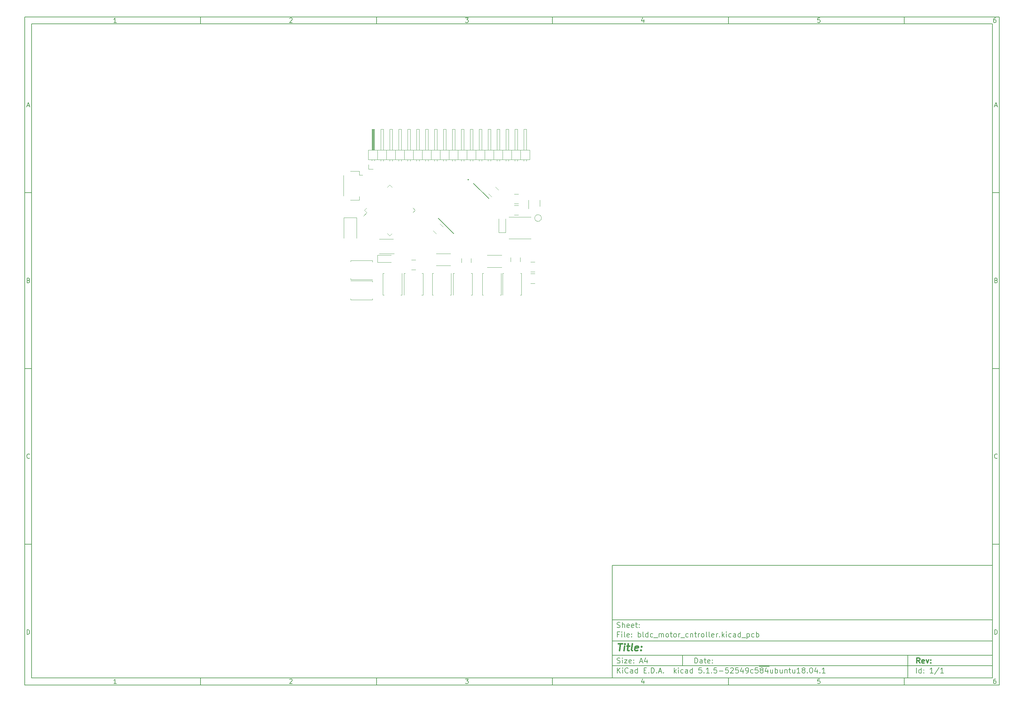
<source format=gbr>
G04 #@! TF.GenerationSoftware,KiCad,Pcbnew,5.1.5-52549c5~84~ubuntu18.04.1*
G04 #@! TF.CreationDate,2020-02-16T22:49:10+01:00*
G04 #@! TF.ProjectId,bldc_motor_cntroller,626c6463-5f6d-46f7-946f-725f636e7472,rev?*
G04 #@! TF.SameCoordinates,Original*
G04 #@! TF.FileFunction,Legend,Top*
G04 #@! TF.FilePolarity,Positive*
%FSLAX46Y46*%
G04 Gerber Fmt 4.6, Leading zero omitted, Abs format (unit mm)*
G04 Created by KiCad (PCBNEW 5.1.5-52549c5~84~ubuntu18.04.1) date 2020-02-16 22:49:10*
%MOMM*%
%LPD*%
G04 APERTURE LIST*
%ADD10C,0.100000*%
%ADD11C,0.150000*%
%ADD12C,0.300000*%
%ADD13C,0.400000*%
%ADD14C,0.127000*%
%ADD15C,0.200000*%
%ADD16C,0.120000*%
G04 APERTURE END LIST*
D10*
D11*
X177002200Y-166007200D02*
X177002200Y-198007200D01*
X285002200Y-198007200D01*
X285002200Y-166007200D01*
X177002200Y-166007200D01*
D10*
D11*
X10000000Y-10000000D02*
X10000000Y-200007200D01*
X287002200Y-200007200D01*
X287002200Y-10000000D01*
X10000000Y-10000000D01*
D10*
D11*
X12000000Y-12000000D02*
X12000000Y-198007200D01*
X285002200Y-198007200D01*
X285002200Y-12000000D01*
X12000000Y-12000000D01*
D10*
D11*
X60000000Y-12000000D02*
X60000000Y-10000000D01*
D10*
D11*
X110000000Y-12000000D02*
X110000000Y-10000000D01*
D10*
D11*
X160000000Y-12000000D02*
X160000000Y-10000000D01*
D10*
D11*
X210000000Y-12000000D02*
X210000000Y-10000000D01*
D10*
D11*
X260000000Y-12000000D02*
X260000000Y-10000000D01*
D10*
D11*
X36065476Y-11588095D02*
X35322619Y-11588095D01*
X35694047Y-11588095D02*
X35694047Y-10288095D01*
X35570238Y-10473809D01*
X35446428Y-10597619D01*
X35322619Y-10659523D01*
D10*
D11*
X85322619Y-10411904D02*
X85384523Y-10350000D01*
X85508333Y-10288095D01*
X85817857Y-10288095D01*
X85941666Y-10350000D01*
X86003571Y-10411904D01*
X86065476Y-10535714D01*
X86065476Y-10659523D01*
X86003571Y-10845238D01*
X85260714Y-11588095D01*
X86065476Y-11588095D01*
D10*
D11*
X135260714Y-10288095D02*
X136065476Y-10288095D01*
X135632142Y-10783333D01*
X135817857Y-10783333D01*
X135941666Y-10845238D01*
X136003571Y-10907142D01*
X136065476Y-11030952D01*
X136065476Y-11340476D01*
X136003571Y-11464285D01*
X135941666Y-11526190D01*
X135817857Y-11588095D01*
X135446428Y-11588095D01*
X135322619Y-11526190D01*
X135260714Y-11464285D01*
D10*
D11*
X185941666Y-10721428D02*
X185941666Y-11588095D01*
X185632142Y-10226190D02*
X185322619Y-11154761D01*
X186127380Y-11154761D01*
D10*
D11*
X236003571Y-10288095D02*
X235384523Y-10288095D01*
X235322619Y-10907142D01*
X235384523Y-10845238D01*
X235508333Y-10783333D01*
X235817857Y-10783333D01*
X235941666Y-10845238D01*
X236003571Y-10907142D01*
X236065476Y-11030952D01*
X236065476Y-11340476D01*
X236003571Y-11464285D01*
X235941666Y-11526190D01*
X235817857Y-11588095D01*
X235508333Y-11588095D01*
X235384523Y-11526190D01*
X235322619Y-11464285D01*
D10*
D11*
X285941666Y-10288095D02*
X285694047Y-10288095D01*
X285570238Y-10350000D01*
X285508333Y-10411904D01*
X285384523Y-10597619D01*
X285322619Y-10845238D01*
X285322619Y-11340476D01*
X285384523Y-11464285D01*
X285446428Y-11526190D01*
X285570238Y-11588095D01*
X285817857Y-11588095D01*
X285941666Y-11526190D01*
X286003571Y-11464285D01*
X286065476Y-11340476D01*
X286065476Y-11030952D01*
X286003571Y-10907142D01*
X285941666Y-10845238D01*
X285817857Y-10783333D01*
X285570238Y-10783333D01*
X285446428Y-10845238D01*
X285384523Y-10907142D01*
X285322619Y-11030952D01*
D10*
D11*
X60000000Y-198007200D02*
X60000000Y-200007200D01*
D10*
D11*
X110000000Y-198007200D02*
X110000000Y-200007200D01*
D10*
D11*
X160000000Y-198007200D02*
X160000000Y-200007200D01*
D10*
D11*
X210000000Y-198007200D02*
X210000000Y-200007200D01*
D10*
D11*
X260000000Y-198007200D02*
X260000000Y-200007200D01*
D10*
D11*
X36065476Y-199595295D02*
X35322619Y-199595295D01*
X35694047Y-199595295D02*
X35694047Y-198295295D01*
X35570238Y-198481009D01*
X35446428Y-198604819D01*
X35322619Y-198666723D01*
D10*
D11*
X85322619Y-198419104D02*
X85384523Y-198357200D01*
X85508333Y-198295295D01*
X85817857Y-198295295D01*
X85941666Y-198357200D01*
X86003571Y-198419104D01*
X86065476Y-198542914D01*
X86065476Y-198666723D01*
X86003571Y-198852438D01*
X85260714Y-199595295D01*
X86065476Y-199595295D01*
D10*
D11*
X135260714Y-198295295D02*
X136065476Y-198295295D01*
X135632142Y-198790533D01*
X135817857Y-198790533D01*
X135941666Y-198852438D01*
X136003571Y-198914342D01*
X136065476Y-199038152D01*
X136065476Y-199347676D01*
X136003571Y-199471485D01*
X135941666Y-199533390D01*
X135817857Y-199595295D01*
X135446428Y-199595295D01*
X135322619Y-199533390D01*
X135260714Y-199471485D01*
D10*
D11*
X185941666Y-198728628D02*
X185941666Y-199595295D01*
X185632142Y-198233390D02*
X185322619Y-199161961D01*
X186127380Y-199161961D01*
D10*
D11*
X236003571Y-198295295D02*
X235384523Y-198295295D01*
X235322619Y-198914342D01*
X235384523Y-198852438D01*
X235508333Y-198790533D01*
X235817857Y-198790533D01*
X235941666Y-198852438D01*
X236003571Y-198914342D01*
X236065476Y-199038152D01*
X236065476Y-199347676D01*
X236003571Y-199471485D01*
X235941666Y-199533390D01*
X235817857Y-199595295D01*
X235508333Y-199595295D01*
X235384523Y-199533390D01*
X235322619Y-199471485D01*
D10*
D11*
X285941666Y-198295295D02*
X285694047Y-198295295D01*
X285570238Y-198357200D01*
X285508333Y-198419104D01*
X285384523Y-198604819D01*
X285322619Y-198852438D01*
X285322619Y-199347676D01*
X285384523Y-199471485D01*
X285446428Y-199533390D01*
X285570238Y-199595295D01*
X285817857Y-199595295D01*
X285941666Y-199533390D01*
X286003571Y-199471485D01*
X286065476Y-199347676D01*
X286065476Y-199038152D01*
X286003571Y-198914342D01*
X285941666Y-198852438D01*
X285817857Y-198790533D01*
X285570238Y-198790533D01*
X285446428Y-198852438D01*
X285384523Y-198914342D01*
X285322619Y-199038152D01*
D10*
D11*
X10000000Y-60000000D02*
X12000000Y-60000000D01*
D10*
D11*
X10000000Y-110000000D02*
X12000000Y-110000000D01*
D10*
D11*
X10000000Y-160000000D02*
X12000000Y-160000000D01*
D10*
D11*
X10690476Y-35216666D02*
X11309523Y-35216666D01*
X10566666Y-35588095D02*
X11000000Y-34288095D01*
X11433333Y-35588095D01*
D10*
D11*
X11092857Y-84907142D02*
X11278571Y-84969047D01*
X11340476Y-85030952D01*
X11402380Y-85154761D01*
X11402380Y-85340476D01*
X11340476Y-85464285D01*
X11278571Y-85526190D01*
X11154761Y-85588095D01*
X10659523Y-85588095D01*
X10659523Y-84288095D01*
X11092857Y-84288095D01*
X11216666Y-84350000D01*
X11278571Y-84411904D01*
X11340476Y-84535714D01*
X11340476Y-84659523D01*
X11278571Y-84783333D01*
X11216666Y-84845238D01*
X11092857Y-84907142D01*
X10659523Y-84907142D01*
D10*
D11*
X11402380Y-135464285D02*
X11340476Y-135526190D01*
X11154761Y-135588095D01*
X11030952Y-135588095D01*
X10845238Y-135526190D01*
X10721428Y-135402380D01*
X10659523Y-135278571D01*
X10597619Y-135030952D01*
X10597619Y-134845238D01*
X10659523Y-134597619D01*
X10721428Y-134473809D01*
X10845238Y-134350000D01*
X11030952Y-134288095D01*
X11154761Y-134288095D01*
X11340476Y-134350000D01*
X11402380Y-134411904D01*
D10*
D11*
X10659523Y-185588095D02*
X10659523Y-184288095D01*
X10969047Y-184288095D01*
X11154761Y-184350000D01*
X11278571Y-184473809D01*
X11340476Y-184597619D01*
X11402380Y-184845238D01*
X11402380Y-185030952D01*
X11340476Y-185278571D01*
X11278571Y-185402380D01*
X11154761Y-185526190D01*
X10969047Y-185588095D01*
X10659523Y-185588095D01*
D10*
D11*
X287002200Y-60000000D02*
X285002200Y-60000000D01*
D10*
D11*
X287002200Y-110000000D02*
X285002200Y-110000000D01*
D10*
D11*
X287002200Y-160000000D02*
X285002200Y-160000000D01*
D10*
D11*
X285692676Y-35216666D02*
X286311723Y-35216666D01*
X285568866Y-35588095D02*
X286002200Y-34288095D01*
X286435533Y-35588095D01*
D10*
D11*
X286095057Y-84907142D02*
X286280771Y-84969047D01*
X286342676Y-85030952D01*
X286404580Y-85154761D01*
X286404580Y-85340476D01*
X286342676Y-85464285D01*
X286280771Y-85526190D01*
X286156961Y-85588095D01*
X285661723Y-85588095D01*
X285661723Y-84288095D01*
X286095057Y-84288095D01*
X286218866Y-84350000D01*
X286280771Y-84411904D01*
X286342676Y-84535714D01*
X286342676Y-84659523D01*
X286280771Y-84783333D01*
X286218866Y-84845238D01*
X286095057Y-84907142D01*
X285661723Y-84907142D01*
D10*
D11*
X286404580Y-135464285D02*
X286342676Y-135526190D01*
X286156961Y-135588095D01*
X286033152Y-135588095D01*
X285847438Y-135526190D01*
X285723628Y-135402380D01*
X285661723Y-135278571D01*
X285599819Y-135030952D01*
X285599819Y-134845238D01*
X285661723Y-134597619D01*
X285723628Y-134473809D01*
X285847438Y-134350000D01*
X286033152Y-134288095D01*
X286156961Y-134288095D01*
X286342676Y-134350000D01*
X286404580Y-134411904D01*
D10*
D11*
X285661723Y-185588095D02*
X285661723Y-184288095D01*
X285971247Y-184288095D01*
X286156961Y-184350000D01*
X286280771Y-184473809D01*
X286342676Y-184597619D01*
X286404580Y-184845238D01*
X286404580Y-185030952D01*
X286342676Y-185278571D01*
X286280771Y-185402380D01*
X286156961Y-185526190D01*
X285971247Y-185588095D01*
X285661723Y-185588095D01*
D10*
D11*
X200434342Y-193785771D02*
X200434342Y-192285771D01*
X200791485Y-192285771D01*
X201005771Y-192357200D01*
X201148628Y-192500057D01*
X201220057Y-192642914D01*
X201291485Y-192928628D01*
X201291485Y-193142914D01*
X201220057Y-193428628D01*
X201148628Y-193571485D01*
X201005771Y-193714342D01*
X200791485Y-193785771D01*
X200434342Y-193785771D01*
X202577200Y-193785771D02*
X202577200Y-193000057D01*
X202505771Y-192857200D01*
X202362914Y-192785771D01*
X202077200Y-192785771D01*
X201934342Y-192857200D01*
X202577200Y-193714342D02*
X202434342Y-193785771D01*
X202077200Y-193785771D01*
X201934342Y-193714342D01*
X201862914Y-193571485D01*
X201862914Y-193428628D01*
X201934342Y-193285771D01*
X202077200Y-193214342D01*
X202434342Y-193214342D01*
X202577200Y-193142914D01*
X203077200Y-192785771D02*
X203648628Y-192785771D01*
X203291485Y-192285771D02*
X203291485Y-193571485D01*
X203362914Y-193714342D01*
X203505771Y-193785771D01*
X203648628Y-193785771D01*
X204720057Y-193714342D02*
X204577200Y-193785771D01*
X204291485Y-193785771D01*
X204148628Y-193714342D01*
X204077200Y-193571485D01*
X204077200Y-193000057D01*
X204148628Y-192857200D01*
X204291485Y-192785771D01*
X204577200Y-192785771D01*
X204720057Y-192857200D01*
X204791485Y-193000057D01*
X204791485Y-193142914D01*
X204077200Y-193285771D01*
X205434342Y-193642914D02*
X205505771Y-193714342D01*
X205434342Y-193785771D01*
X205362914Y-193714342D01*
X205434342Y-193642914D01*
X205434342Y-193785771D01*
X205434342Y-192857200D02*
X205505771Y-192928628D01*
X205434342Y-193000057D01*
X205362914Y-192928628D01*
X205434342Y-192857200D01*
X205434342Y-193000057D01*
D10*
D11*
X177002200Y-194507200D02*
X285002200Y-194507200D01*
D10*
D11*
X178434342Y-196585771D02*
X178434342Y-195085771D01*
X179291485Y-196585771D02*
X178648628Y-195728628D01*
X179291485Y-195085771D02*
X178434342Y-195942914D01*
X179934342Y-196585771D02*
X179934342Y-195585771D01*
X179934342Y-195085771D02*
X179862914Y-195157200D01*
X179934342Y-195228628D01*
X180005771Y-195157200D01*
X179934342Y-195085771D01*
X179934342Y-195228628D01*
X181505771Y-196442914D02*
X181434342Y-196514342D01*
X181220057Y-196585771D01*
X181077200Y-196585771D01*
X180862914Y-196514342D01*
X180720057Y-196371485D01*
X180648628Y-196228628D01*
X180577200Y-195942914D01*
X180577200Y-195728628D01*
X180648628Y-195442914D01*
X180720057Y-195300057D01*
X180862914Y-195157200D01*
X181077200Y-195085771D01*
X181220057Y-195085771D01*
X181434342Y-195157200D01*
X181505771Y-195228628D01*
X182791485Y-196585771D02*
X182791485Y-195800057D01*
X182720057Y-195657200D01*
X182577200Y-195585771D01*
X182291485Y-195585771D01*
X182148628Y-195657200D01*
X182791485Y-196514342D02*
X182648628Y-196585771D01*
X182291485Y-196585771D01*
X182148628Y-196514342D01*
X182077200Y-196371485D01*
X182077200Y-196228628D01*
X182148628Y-196085771D01*
X182291485Y-196014342D01*
X182648628Y-196014342D01*
X182791485Y-195942914D01*
X184148628Y-196585771D02*
X184148628Y-195085771D01*
X184148628Y-196514342D02*
X184005771Y-196585771D01*
X183720057Y-196585771D01*
X183577200Y-196514342D01*
X183505771Y-196442914D01*
X183434342Y-196300057D01*
X183434342Y-195871485D01*
X183505771Y-195728628D01*
X183577200Y-195657200D01*
X183720057Y-195585771D01*
X184005771Y-195585771D01*
X184148628Y-195657200D01*
X186005771Y-195800057D02*
X186505771Y-195800057D01*
X186720057Y-196585771D02*
X186005771Y-196585771D01*
X186005771Y-195085771D01*
X186720057Y-195085771D01*
X187362914Y-196442914D02*
X187434342Y-196514342D01*
X187362914Y-196585771D01*
X187291485Y-196514342D01*
X187362914Y-196442914D01*
X187362914Y-196585771D01*
X188077200Y-196585771D02*
X188077200Y-195085771D01*
X188434342Y-195085771D01*
X188648628Y-195157200D01*
X188791485Y-195300057D01*
X188862914Y-195442914D01*
X188934342Y-195728628D01*
X188934342Y-195942914D01*
X188862914Y-196228628D01*
X188791485Y-196371485D01*
X188648628Y-196514342D01*
X188434342Y-196585771D01*
X188077200Y-196585771D01*
X189577200Y-196442914D02*
X189648628Y-196514342D01*
X189577200Y-196585771D01*
X189505771Y-196514342D01*
X189577200Y-196442914D01*
X189577200Y-196585771D01*
X190220057Y-196157200D02*
X190934342Y-196157200D01*
X190077200Y-196585771D02*
X190577200Y-195085771D01*
X191077200Y-196585771D01*
X191577200Y-196442914D02*
X191648628Y-196514342D01*
X191577200Y-196585771D01*
X191505771Y-196514342D01*
X191577200Y-196442914D01*
X191577200Y-196585771D01*
X194577200Y-196585771D02*
X194577200Y-195085771D01*
X194720057Y-196014342D02*
X195148628Y-196585771D01*
X195148628Y-195585771D02*
X194577200Y-196157200D01*
X195791485Y-196585771D02*
X195791485Y-195585771D01*
X195791485Y-195085771D02*
X195720057Y-195157200D01*
X195791485Y-195228628D01*
X195862914Y-195157200D01*
X195791485Y-195085771D01*
X195791485Y-195228628D01*
X197148628Y-196514342D02*
X197005771Y-196585771D01*
X196720057Y-196585771D01*
X196577200Y-196514342D01*
X196505771Y-196442914D01*
X196434342Y-196300057D01*
X196434342Y-195871485D01*
X196505771Y-195728628D01*
X196577200Y-195657200D01*
X196720057Y-195585771D01*
X197005771Y-195585771D01*
X197148628Y-195657200D01*
X198434342Y-196585771D02*
X198434342Y-195800057D01*
X198362914Y-195657200D01*
X198220057Y-195585771D01*
X197934342Y-195585771D01*
X197791485Y-195657200D01*
X198434342Y-196514342D02*
X198291485Y-196585771D01*
X197934342Y-196585771D01*
X197791485Y-196514342D01*
X197720057Y-196371485D01*
X197720057Y-196228628D01*
X197791485Y-196085771D01*
X197934342Y-196014342D01*
X198291485Y-196014342D01*
X198434342Y-195942914D01*
X199791485Y-196585771D02*
X199791485Y-195085771D01*
X199791485Y-196514342D02*
X199648628Y-196585771D01*
X199362914Y-196585771D01*
X199220057Y-196514342D01*
X199148628Y-196442914D01*
X199077200Y-196300057D01*
X199077200Y-195871485D01*
X199148628Y-195728628D01*
X199220057Y-195657200D01*
X199362914Y-195585771D01*
X199648628Y-195585771D01*
X199791485Y-195657200D01*
X202362914Y-195085771D02*
X201648628Y-195085771D01*
X201577200Y-195800057D01*
X201648628Y-195728628D01*
X201791485Y-195657200D01*
X202148628Y-195657200D01*
X202291485Y-195728628D01*
X202362914Y-195800057D01*
X202434342Y-195942914D01*
X202434342Y-196300057D01*
X202362914Y-196442914D01*
X202291485Y-196514342D01*
X202148628Y-196585771D01*
X201791485Y-196585771D01*
X201648628Y-196514342D01*
X201577200Y-196442914D01*
X203077200Y-196442914D02*
X203148628Y-196514342D01*
X203077200Y-196585771D01*
X203005771Y-196514342D01*
X203077200Y-196442914D01*
X203077200Y-196585771D01*
X204577200Y-196585771D02*
X203720057Y-196585771D01*
X204148628Y-196585771D02*
X204148628Y-195085771D01*
X204005771Y-195300057D01*
X203862914Y-195442914D01*
X203720057Y-195514342D01*
X205220057Y-196442914D02*
X205291485Y-196514342D01*
X205220057Y-196585771D01*
X205148628Y-196514342D01*
X205220057Y-196442914D01*
X205220057Y-196585771D01*
X206648628Y-195085771D02*
X205934342Y-195085771D01*
X205862914Y-195800057D01*
X205934342Y-195728628D01*
X206077200Y-195657200D01*
X206434342Y-195657200D01*
X206577200Y-195728628D01*
X206648628Y-195800057D01*
X206720057Y-195942914D01*
X206720057Y-196300057D01*
X206648628Y-196442914D01*
X206577200Y-196514342D01*
X206434342Y-196585771D01*
X206077200Y-196585771D01*
X205934342Y-196514342D01*
X205862914Y-196442914D01*
X207362914Y-196014342D02*
X208505771Y-196014342D01*
X209934342Y-195085771D02*
X209220057Y-195085771D01*
X209148628Y-195800057D01*
X209220057Y-195728628D01*
X209362914Y-195657200D01*
X209720057Y-195657200D01*
X209862914Y-195728628D01*
X209934342Y-195800057D01*
X210005771Y-195942914D01*
X210005771Y-196300057D01*
X209934342Y-196442914D01*
X209862914Y-196514342D01*
X209720057Y-196585771D01*
X209362914Y-196585771D01*
X209220057Y-196514342D01*
X209148628Y-196442914D01*
X210577200Y-195228628D02*
X210648628Y-195157200D01*
X210791485Y-195085771D01*
X211148628Y-195085771D01*
X211291485Y-195157200D01*
X211362914Y-195228628D01*
X211434342Y-195371485D01*
X211434342Y-195514342D01*
X211362914Y-195728628D01*
X210505771Y-196585771D01*
X211434342Y-196585771D01*
X212791485Y-195085771D02*
X212077200Y-195085771D01*
X212005771Y-195800057D01*
X212077200Y-195728628D01*
X212220057Y-195657200D01*
X212577200Y-195657200D01*
X212720057Y-195728628D01*
X212791485Y-195800057D01*
X212862914Y-195942914D01*
X212862914Y-196300057D01*
X212791485Y-196442914D01*
X212720057Y-196514342D01*
X212577200Y-196585771D01*
X212220057Y-196585771D01*
X212077200Y-196514342D01*
X212005771Y-196442914D01*
X214148628Y-195585771D02*
X214148628Y-196585771D01*
X213791485Y-195014342D02*
X213434342Y-196085771D01*
X214362914Y-196085771D01*
X215005771Y-196585771D02*
X215291485Y-196585771D01*
X215434342Y-196514342D01*
X215505771Y-196442914D01*
X215648628Y-196228628D01*
X215720057Y-195942914D01*
X215720057Y-195371485D01*
X215648628Y-195228628D01*
X215577200Y-195157200D01*
X215434342Y-195085771D01*
X215148628Y-195085771D01*
X215005771Y-195157200D01*
X214934342Y-195228628D01*
X214862914Y-195371485D01*
X214862914Y-195728628D01*
X214934342Y-195871485D01*
X215005771Y-195942914D01*
X215148628Y-196014342D01*
X215434342Y-196014342D01*
X215577200Y-195942914D01*
X215648628Y-195871485D01*
X215720057Y-195728628D01*
X217005771Y-196514342D02*
X216862914Y-196585771D01*
X216577200Y-196585771D01*
X216434342Y-196514342D01*
X216362914Y-196442914D01*
X216291485Y-196300057D01*
X216291485Y-195871485D01*
X216362914Y-195728628D01*
X216434342Y-195657200D01*
X216577200Y-195585771D01*
X216862914Y-195585771D01*
X217005771Y-195657200D01*
X218362914Y-195085771D02*
X217648628Y-195085771D01*
X217577200Y-195800057D01*
X217648628Y-195728628D01*
X217791485Y-195657200D01*
X218148628Y-195657200D01*
X218291485Y-195728628D01*
X218362914Y-195800057D01*
X218434342Y-195942914D01*
X218434342Y-196300057D01*
X218362914Y-196442914D01*
X218291485Y-196514342D01*
X218148628Y-196585771D01*
X217791485Y-196585771D01*
X217648628Y-196514342D01*
X217577200Y-196442914D01*
X218720057Y-194677200D02*
X220148628Y-194677200D01*
X219291485Y-195728628D02*
X219148628Y-195657200D01*
X219077200Y-195585771D01*
X219005771Y-195442914D01*
X219005771Y-195371485D01*
X219077200Y-195228628D01*
X219148628Y-195157200D01*
X219291485Y-195085771D01*
X219577200Y-195085771D01*
X219720057Y-195157200D01*
X219791485Y-195228628D01*
X219862914Y-195371485D01*
X219862914Y-195442914D01*
X219791485Y-195585771D01*
X219720057Y-195657200D01*
X219577200Y-195728628D01*
X219291485Y-195728628D01*
X219148628Y-195800057D01*
X219077200Y-195871485D01*
X219005771Y-196014342D01*
X219005771Y-196300057D01*
X219077200Y-196442914D01*
X219148628Y-196514342D01*
X219291485Y-196585771D01*
X219577200Y-196585771D01*
X219720057Y-196514342D01*
X219791485Y-196442914D01*
X219862914Y-196300057D01*
X219862914Y-196014342D01*
X219791485Y-195871485D01*
X219720057Y-195800057D01*
X219577200Y-195728628D01*
X220148628Y-194677200D02*
X221577199Y-194677200D01*
X221148628Y-195585771D02*
X221148628Y-196585771D01*
X220791485Y-195014342D02*
X220434342Y-196085771D01*
X221362914Y-196085771D01*
X222577199Y-195585771D02*
X222577199Y-196585771D01*
X221934342Y-195585771D02*
X221934342Y-196371485D01*
X222005771Y-196514342D01*
X222148628Y-196585771D01*
X222362914Y-196585771D01*
X222505771Y-196514342D01*
X222577199Y-196442914D01*
X223291485Y-196585771D02*
X223291485Y-195085771D01*
X223291485Y-195657200D02*
X223434342Y-195585771D01*
X223720057Y-195585771D01*
X223862914Y-195657200D01*
X223934342Y-195728628D01*
X224005771Y-195871485D01*
X224005771Y-196300057D01*
X223934342Y-196442914D01*
X223862914Y-196514342D01*
X223720057Y-196585771D01*
X223434342Y-196585771D01*
X223291485Y-196514342D01*
X225291485Y-195585771D02*
X225291485Y-196585771D01*
X224648628Y-195585771D02*
X224648628Y-196371485D01*
X224720057Y-196514342D01*
X224862914Y-196585771D01*
X225077199Y-196585771D01*
X225220057Y-196514342D01*
X225291485Y-196442914D01*
X226005771Y-195585771D02*
X226005771Y-196585771D01*
X226005771Y-195728628D02*
X226077199Y-195657200D01*
X226220057Y-195585771D01*
X226434342Y-195585771D01*
X226577199Y-195657200D01*
X226648628Y-195800057D01*
X226648628Y-196585771D01*
X227148628Y-195585771D02*
X227720057Y-195585771D01*
X227362914Y-195085771D02*
X227362914Y-196371485D01*
X227434342Y-196514342D01*
X227577200Y-196585771D01*
X227720057Y-196585771D01*
X228862914Y-195585771D02*
X228862914Y-196585771D01*
X228220057Y-195585771D02*
X228220057Y-196371485D01*
X228291485Y-196514342D01*
X228434342Y-196585771D01*
X228648628Y-196585771D01*
X228791485Y-196514342D01*
X228862914Y-196442914D01*
X230362914Y-196585771D02*
X229505771Y-196585771D01*
X229934342Y-196585771D02*
X229934342Y-195085771D01*
X229791485Y-195300057D01*
X229648628Y-195442914D01*
X229505771Y-195514342D01*
X231220057Y-195728628D02*
X231077199Y-195657200D01*
X231005771Y-195585771D01*
X230934342Y-195442914D01*
X230934342Y-195371485D01*
X231005771Y-195228628D01*
X231077199Y-195157200D01*
X231220057Y-195085771D01*
X231505771Y-195085771D01*
X231648628Y-195157200D01*
X231720057Y-195228628D01*
X231791485Y-195371485D01*
X231791485Y-195442914D01*
X231720057Y-195585771D01*
X231648628Y-195657200D01*
X231505771Y-195728628D01*
X231220057Y-195728628D01*
X231077199Y-195800057D01*
X231005771Y-195871485D01*
X230934342Y-196014342D01*
X230934342Y-196300057D01*
X231005771Y-196442914D01*
X231077199Y-196514342D01*
X231220057Y-196585771D01*
X231505771Y-196585771D01*
X231648628Y-196514342D01*
X231720057Y-196442914D01*
X231791485Y-196300057D01*
X231791485Y-196014342D01*
X231720057Y-195871485D01*
X231648628Y-195800057D01*
X231505771Y-195728628D01*
X232434342Y-196442914D02*
X232505771Y-196514342D01*
X232434342Y-196585771D01*
X232362914Y-196514342D01*
X232434342Y-196442914D01*
X232434342Y-196585771D01*
X233434342Y-195085771D02*
X233577199Y-195085771D01*
X233720057Y-195157200D01*
X233791485Y-195228628D01*
X233862914Y-195371485D01*
X233934342Y-195657200D01*
X233934342Y-196014342D01*
X233862914Y-196300057D01*
X233791485Y-196442914D01*
X233720057Y-196514342D01*
X233577199Y-196585771D01*
X233434342Y-196585771D01*
X233291485Y-196514342D01*
X233220057Y-196442914D01*
X233148628Y-196300057D01*
X233077199Y-196014342D01*
X233077199Y-195657200D01*
X233148628Y-195371485D01*
X233220057Y-195228628D01*
X233291485Y-195157200D01*
X233434342Y-195085771D01*
X235220057Y-195585771D02*
X235220057Y-196585771D01*
X234862914Y-195014342D02*
X234505771Y-196085771D01*
X235434342Y-196085771D01*
X236005771Y-196442914D02*
X236077199Y-196514342D01*
X236005771Y-196585771D01*
X235934342Y-196514342D01*
X236005771Y-196442914D01*
X236005771Y-196585771D01*
X237505771Y-196585771D02*
X236648628Y-196585771D01*
X237077199Y-196585771D02*
X237077199Y-195085771D01*
X236934342Y-195300057D01*
X236791485Y-195442914D01*
X236648628Y-195514342D01*
D10*
D11*
X177002200Y-191507200D02*
X285002200Y-191507200D01*
D10*
D12*
X264411485Y-193785771D02*
X263911485Y-193071485D01*
X263554342Y-193785771D02*
X263554342Y-192285771D01*
X264125771Y-192285771D01*
X264268628Y-192357200D01*
X264340057Y-192428628D01*
X264411485Y-192571485D01*
X264411485Y-192785771D01*
X264340057Y-192928628D01*
X264268628Y-193000057D01*
X264125771Y-193071485D01*
X263554342Y-193071485D01*
X265625771Y-193714342D02*
X265482914Y-193785771D01*
X265197200Y-193785771D01*
X265054342Y-193714342D01*
X264982914Y-193571485D01*
X264982914Y-193000057D01*
X265054342Y-192857200D01*
X265197200Y-192785771D01*
X265482914Y-192785771D01*
X265625771Y-192857200D01*
X265697200Y-193000057D01*
X265697200Y-193142914D01*
X264982914Y-193285771D01*
X266197200Y-192785771D02*
X266554342Y-193785771D01*
X266911485Y-192785771D01*
X267482914Y-193642914D02*
X267554342Y-193714342D01*
X267482914Y-193785771D01*
X267411485Y-193714342D01*
X267482914Y-193642914D01*
X267482914Y-193785771D01*
X267482914Y-192857200D02*
X267554342Y-192928628D01*
X267482914Y-193000057D01*
X267411485Y-192928628D01*
X267482914Y-192857200D01*
X267482914Y-193000057D01*
D10*
D11*
X178362914Y-193714342D02*
X178577200Y-193785771D01*
X178934342Y-193785771D01*
X179077200Y-193714342D01*
X179148628Y-193642914D01*
X179220057Y-193500057D01*
X179220057Y-193357200D01*
X179148628Y-193214342D01*
X179077200Y-193142914D01*
X178934342Y-193071485D01*
X178648628Y-193000057D01*
X178505771Y-192928628D01*
X178434342Y-192857200D01*
X178362914Y-192714342D01*
X178362914Y-192571485D01*
X178434342Y-192428628D01*
X178505771Y-192357200D01*
X178648628Y-192285771D01*
X179005771Y-192285771D01*
X179220057Y-192357200D01*
X179862914Y-193785771D02*
X179862914Y-192785771D01*
X179862914Y-192285771D02*
X179791485Y-192357200D01*
X179862914Y-192428628D01*
X179934342Y-192357200D01*
X179862914Y-192285771D01*
X179862914Y-192428628D01*
X180434342Y-192785771D02*
X181220057Y-192785771D01*
X180434342Y-193785771D01*
X181220057Y-193785771D01*
X182362914Y-193714342D02*
X182220057Y-193785771D01*
X181934342Y-193785771D01*
X181791485Y-193714342D01*
X181720057Y-193571485D01*
X181720057Y-193000057D01*
X181791485Y-192857200D01*
X181934342Y-192785771D01*
X182220057Y-192785771D01*
X182362914Y-192857200D01*
X182434342Y-193000057D01*
X182434342Y-193142914D01*
X181720057Y-193285771D01*
X183077200Y-193642914D02*
X183148628Y-193714342D01*
X183077200Y-193785771D01*
X183005771Y-193714342D01*
X183077200Y-193642914D01*
X183077200Y-193785771D01*
X183077200Y-192857200D02*
X183148628Y-192928628D01*
X183077200Y-193000057D01*
X183005771Y-192928628D01*
X183077200Y-192857200D01*
X183077200Y-193000057D01*
X184862914Y-193357200D02*
X185577200Y-193357200D01*
X184720057Y-193785771D02*
X185220057Y-192285771D01*
X185720057Y-193785771D01*
X186862914Y-192785771D02*
X186862914Y-193785771D01*
X186505771Y-192214342D02*
X186148628Y-193285771D01*
X187077200Y-193285771D01*
D10*
D11*
X263434342Y-196585771D02*
X263434342Y-195085771D01*
X264791485Y-196585771D02*
X264791485Y-195085771D01*
X264791485Y-196514342D02*
X264648628Y-196585771D01*
X264362914Y-196585771D01*
X264220057Y-196514342D01*
X264148628Y-196442914D01*
X264077200Y-196300057D01*
X264077200Y-195871485D01*
X264148628Y-195728628D01*
X264220057Y-195657200D01*
X264362914Y-195585771D01*
X264648628Y-195585771D01*
X264791485Y-195657200D01*
X265505771Y-196442914D02*
X265577200Y-196514342D01*
X265505771Y-196585771D01*
X265434342Y-196514342D01*
X265505771Y-196442914D01*
X265505771Y-196585771D01*
X265505771Y-195657200D02*
X265577200Y-195728628D01*
X265505771Y-195800057D01*
X265434342Y-195728628D01*
X265505771Y-195657200D01*
X265505771Y-195800057D01*
X268148628Y-196585771D02*
X267291485Y-196585771D01*
X267720057Y-196585771D02*
X267720057Y-195085771D01*
X267577200Y-195300057D01*
X267434342Y-195442914D01*
X267291485Y-195514342D01*
X269862914Y-195014342D02*
X268577200Y-196942914D01*
X271148628Y-196585771D02*
X270291485Y-196585771D01*
X270720057Y-196585771D02*
X270720057Y-195085771D01*
X270577200Y-195300057D01*
X270434342Y-195442914D01*
X270291485Y-195514342D01*
D10*
D11*
X177002200Y-187507200D02*
X285002200Y-187507200D01*
D10*
D13*
X178714580Y-188211961D02*
X179857438Y-188211961D01*
X179036009Y-190211961D02*
X179286009Y-188211961D01*
X180274104Y-190211961D02*
X180440771Y-188878628D01*
X180524104Y-188211961D02*
X180416961Y-188307200D01*
X180500295Y-188402438D01*
X180607438Y-188307200D01*
X180524104Y-188211961D01*
X180500295Y-188402438D01*
X181107438Y-188878628D02*
X181869342Y-188878628D01*
X181476485Y-188211961D02*
X181262200Y-189926247D01*
X181333628Y-190116723D01*
X181512200Y-190211961D01*
X181702676Y-190211961D01*
X182655057Y-190211961D02*
X182476485Y-190116723D01*
X182405057Y-189926247D01*
X182619342Y-188211961D01*
X184190771Y-190116723D02*
X183988390Y-190211961D01*
X183607438Y-190211961D01*
X183428866Y-190116723D01*
X183357438Y-189926247D01*
X183452676Y-189164342D01*
X183571723Y-188973866D01*
X183774104Y-188878628D01*
X184155057Y-188878628D01*
X184333628Y-188973866D01*
X184405057Y-189164342D01*
X184381247Y-189354819D01*
X183405057Y-189545295D01*
X185155057Y-190021485D02*
X185238390Y-190116723D01*
X185131247Y-190211961D01*
X185047914Y-190116723D01*
X185155057Y-190021485D01*
X185131247Y-190211961D01*
X185286009Y-188973866D02*
X185369342Y-189069104D01*
X185262200Y-189164342D01*
X185178866Y-189069104D01*
X185286009Y-188973866D01*
X185262200Y-189164342D01*
D10*
D11*
X178934342Y-185600057D02*
X178434342Y-185600057D01*
X178434342Y-186385771D02*
X178434342Y-184885771D01*
X179148628Y-184885771D01*
X179720057Y-186385771D02*
X179720057Y-185385771D01*
X179720057Y-184885771D02*
X179648628Y-184957200D01*
X179720057Y-185028628D01*
X179791485Y-184957200D01*
X179720057Y-184885771D01*
X179720057Y-185028628D01*
X180648628Y-186385771D02*
X180505771Y-186314342D01*
X180434342Y-186171485D01*
X180434342Y-184885771D01*
X181791485Y-186314342D02*
X181648628Y-186385771D01*
X181362914Y-186385771D01*
X181220057Y-186314342D01*
X181148628Y-186171485D01*
X181148628Y-185600057D01*
X181220057Y-185457200D01*
X181362914Y-185385771D01*
X181648628Y-185385771D01*
X181791485Y-185457200D01*
X181862914Y-185600057D01*
X181862914Y-185742914D01*
X181148628Y-185885771D01*
X182505771Y-186242914D02*
X182577200Y-186314342D01*
X182505771Y-186385771D01*
X182434342Y-186314342D01*
X182505771Y-186242914D01*
X182505771Y-186385771D01*
X182505771Y-185457200D02*
X182577200Y-185528628D01*
X182505771Y-185600057D01*
X182434342Y-185528628D01*
X182505771Y-185457200D01*
X182505771Y-185600057D01*
X184362914Y-186385771D02*
X184362914Y-184885771D01*
X184362914Y-185457200D02*
X184505771Y-185385771D01*
X184791485Y-185385771D01*
X184934342Y-185457200D01*
X185005771Y-185528628D01*
X185077200Y-185671485D01*
X185077200Y-186100057D01*
X185005771Y-186242914D01*
X184934342Y-186314342D01*
X184791485Y-186385771D01*
X184505771Y-186385771D01*
X184362914Y-186314342D01*
X185934342Y-186385771D02*
X185791485Y-186314342D01*
X185720057Y-186171485D01*
X185720057Y-184885771D01*
X187148628Y-186385771D02*
X187148628Y-184885771D01*
X187148628Y-186314342D02*
X187005771Y-186385771D01*
X186720057Y-186385771D01*
X186577200Y-186314342D01*
X186505771Y-186242914D01*
X186434342Y-186100057D01*
X186434342Y-185671485D01*
X186505771Y-185528628D01*
X186577200Y-185457200D01*
X186720057Y-185385771D01*
X187005771Y-185385771D01*
X187148628Y-185457200D01*
X188505771Y-186314342D02*
X188362914Y-186385771D01*
X188077200Y-186385771D01*
X187934342Y-186314342D01*
X187862914Y-186242914D01*
X187791485Y-186100057D01*
X187791485Y-185671485D01*
X187862914Y-185528628D01*
X187934342Y-185457200D01*
X188077200Y-185385771D01*
X188362914Y-185385771D01*
X188505771Y-185457200D01*
X188791485Y-186528628D02*
X189934342Y-186528628D01*
X190291485Y-186385771D02*
X190291485Y-185385771D01*
X190291485Y-185528628D02*
X190362914Y-185457200D01*
X190505771Y-185385771D01*
X190720057Y-185385771D01*
X190862914Y-185457200D01*
X190934342Y-185600057D01*
X190934342Y-186385771D01*
X190934342Y-185600057D02*
X191005771Y-185457200D01*
X191148628Y-185385771D01*
X191362914Y-185385771D01*
X191505771Y-185457200D01*
X191577200Y-185600057D01*
X191577200Y-186385771D01*
X192505771Y-186385771D02*
X192362914Y-186314342D01*
X192291485Y-186242914D01*
X192220057Y-186100057D01*
X192220057Y-185671485D01*
X192291485Y-185528628D01*
X192362914Y-185457200D01*
X192505771Y-185385771D01*
X192720057Y-185385771D01*
X192862914Y-185457200D01*
X192934342Y-185528628D01*
X193005771Y-185671485D01*
X193005771Y-186100057D01*
X192934342Y-186242914D01*
X192862914Y-186314342D01*
X192720057Y-186385771D01*
X192505771Y-186385771D01*
X193434342Y-185385771D02*
X194005771Y-185385771D01*
X193648628Y-184885771D02*
X193648628Y-186171485D01*
X193720057Y-186314342D01*
X193862914Y-186385771D01*
X194005771Y-186385771D01*
X194720057Y-186385771D02*
X194577200Y-186314342D01*
X194505771Y-186242914D01*
X194434342Y-186100057D01*
X194434342Y-185671485D01*
X194505771Y-185528628D01*
X194577200Y-185457200D01*
X194720057Y-185385771D01*
X194934342Y-185385771D01*
X195077200Y-185457200D01*
X195148628Y-185528628D01*
X195220057Y-185671485D01*
X195220057Y-186100057D01*
X195148628Y-186242914D01*
X195077200Y-186314342D01*
X194934342Y-186385771D01*
X194720057Y-186385771D01*
X195862914Y-186385771D02*
X195862914Y-185385771D01*
X195862914Y-185671485D02*
X195934342Y-185528628D01*
X196005771Y-185457200D01*
X196148628Y-185385771D01*
X196291485Y-185385771D01*
X196434342Y-186528628D02*
X197577200Y-186528628D01*
X198577200Y-186314342D02*
X198434342Y-186385771D01*
X198148628Y-186385771D01*
X198005771Y-186314342D01*
X197934342Y-186242914D01*
X197862914Y-186100057D01*
X197862914Y-185671485D01*
X197934342Y-185528628D01*
X198005771Y-185457200D01*
X198148628Y-185385771D01*
X198434342Y-185385771D01*
X198577200Y-185457200D01*
X199220057Y-185385771D02*
X199220057Y-186385771D01*
X199220057Y-185528628D02*
X199291485Y-185457200D01*
X199434342Y-185385771D01*
X199648628Y-185385771D01*
X199791485Y-185457200D01*
X199862914Y-185600057D01*
X199862914Y-186385771D01*
X200362914Y-185385771D02*
X200934342Y-185385771D01*
X200577200Y-184885771D02*
X200577200Y-186171485D01*
X200648628Y-186314342D01*
X200791485Y-186385771D01*
X200934342Y-186385771D01*
X201434342Y-186385771D02*
X201434342Y-185385771D01*
X201434342Y-185671485D02*
X201505771Y-185528628D01*
X201577200Y-185457200D01*
X201720057Y-185385771D01*
X201862914Y-185385771D01*
X202577200Y-186385771D02*
X202434342Y-186314342D01*
X202362914Y-186242914D01*
X202291485Y-186100057D01*
X202291485Y-185671485D01*
X202362914Y-185528628D01*
X202434342Y-185457200D01*
X202577200Y-185385771D01*
X202791485Y-185385771D01*
X202934342Y-185457200D01*
X203005771Y-185528628D01*
X203077200Y-185671485D01*
X203077200Y-186100057D01*
X203005771Y-186242914D01*
X202934342Y-186314342D01*
X202791485Y-186385771D01*
X202577200Y-186385771D01*
X203934342Y-186385771D02*
X203791485Y-186314342D01*
X203720057Y-186171485D01*
X203720057Y-184885771D01*
X204720057Y-186385771D02*
X204577200Y-186314342D01*
X204505771Y-186171485D01*
X204505771Y-184885771D01*
X205862914Y-186314342D02*
X205720057Y-186385771D01*
X205434342Y-186385771D01*
X205291485Y-186314342D01*
X205220057Y-186171485D01*
X205220057Y-185600057D01*
X205291485Y-185457200D01*
X205434342Y-185385771D01*
X205720057Y-185385771D01*
X205862914Y-185457200D01*
X205934342Y-185600057D01*
X205934342Y-185742914D01*
X205220057Y-185885771D01*
X206577200Y-186385771D02*
X206577200Y-185385771D01*
X206577200Y-185671485D02*
X206648628Y-185528628D01*
X206720057Y-185457200D01*
X206862914Y-185385771D01*
X207005771Y-185385771D01*
X207505771Y-186242914D02*
X207577200Y-186314342D01*
X207505771Y-186385771D01*
X207434342Y-186314342D01*
X207505771Y-186242914D01*
X207505771Y-186385771D01*
X208220057Y-186385771D02*
X208220057Y-184885771D01*
X208362914Y-185814342D02*
X208791485Y-186385771D01*
X208791485Y-185385771D02*
X208220057Y-185957200D01*
X209434342Y-186385771D02*
X209434342Y-185385771D01*
X209434342Y-184885771D02*
X209362914Y-184957200D01*
X209434342Y-185028628D01*
X209505771Y-184957200D01*
X209434342Y-184885771D01*
X209434342Y-185028628D01*
X210791485Y-186314342D02*
X210648628Y-186385771D01*
X210362914Y-186385771D01*
X210220057Y-186314342D01*
X210148628Y-186242914D01*
X210077200Y-186100057D01*
X210077200Y-185671485D01*
X210148628Y-185528628D01*
X210220057Y-185457200D01*
X210362914Y-185385771D01*
X210648628Y-185385771D01*
X210791485Y-185457200D01*
X212077200Y-186385771D02*
X212077200Y-185600057D01*
X212005771Y-185457200D01*
X211862914Y-185385771D01*
X211577200Y-185385771D01*
X211434342Y-185457200D01*
X212077200Y-186314342D02*
X211934342Y-186385771D01*
X211577200Y-186385771D01*
X211434342Y-186314342D01*
X211362914Y-186171485D01*
X211362914Y-186028628D01*
X211434342Y-185885771D01*
X211577200Y-185814342D01*
X211934342Y-185814342D01*
X212077200Y-185742914D01*
X213434342Y-186385771D02*
X213434342Y-184885771D01*
X213434342Y-186314342D02*
X213291485Y-186385771D01*
X213005771Y-186385771D01*
X212862914Y-186314342D01*
X212791485Y-186242914D01*
X212720057Y-186100057D01*
X212720057Y-185671485D01*
X212791485Y-185528628D01*
X212862914Y-185457200D01*
X213005771Y-185385771D01*
X213291485Y-185385771D01*
X213434342Y-185457200D01*
X213791485Y-186528628D02*
X214934342Y-186528628D01*
X215291485Y-185385771D02*
X215291485Y-186885771D01*
X215291485Y-185457200D02*
X215434342Y-185385771D01*
X215720057Y-185385771D01*
X215862914Y-185457200D01*
X215934342Y-185528628D01*
X216005771Y-185671485D01*
X216005771Y-186100057D01*
X215934342Y-186242914D01*
X215862914Y-186314342D01*
X215720057Y-186385771D01*
X215434342Y-186385771D01*
X215291485Y-186314342D01*
X217291485Y-186314342D02*
X217148628Y-186385771D01*
X216862914Y-186385771D01*
X216720057Y-186314342D01*
X216648628Y-186242914D01*
X216577200Y-186100057D01*
X216577200Y-185671485D01*
X216648628Y-185528628D01*
X216720057Y-185457200D01*
X216862914Y-185385771D01*
X217148628Y-185385771D01*
X217291485Y-185457200D01*
X217934342Y-186385771D02*
X217934342Y-184885771D01*
X217934342Y-185457200D02*
X218077200Y-185385771D01*
X218362914Y-185385771D01*
X218505771Y-185457200D01*
X218577200Y-185528628D01*
X218648628Y-185671485D01*
X218648628Y-186100057D01*
X218577200Y-186242914D01*
X218505771Y-186314342D01*
X218362914Y-186385771D01*
X218077200Y-186385771D01*
X217934342Y-186314342D01*
D10*
D11*
X177002200Y-181507200D02*
X285002200Y-181507200D01*
D10*
D11*
X178362914Y-183614342D02*
X178577200Y-183685771D01*
X178934342Y-183685771D01*
X179077200Y-183614342D01*
X179148628Y-183542914D01*
X179220057Y-183400057D01*
X179220057Y-183257200D01*
X179148628Y-183114342D01*
X179077200Y-183042914D01*
X178934342Y-182971485D01*
X178648628Y-182900057D01*
X178505771Y-182828628D01*
X178434342Y-182757200D01*
X178362914Y-182614342D01*
X178362914Y-182471485D01*
X178434342Y-182328628D01*
X178505771Y-182257200D01*
X178648628Y-182185771D01*
X179005771Y-182185771D01*
X179220057Y-182257200D01*
X179862914Y-183685771D02*
X179862914Y-182185771D01*
X180505771Y-183685771D02*
X180505771Y-182900057D01*
X180434342Y-182757200D01*
X180291485Y-182685771D01*
X180077200Y-182685771D01*
X179934342Y-182757200D01*
X179862914Y-182828628D01*
X181791485Y-183614342D02*
X181648628Y-183685771D01*
X181362914Y-183685771D01*
X181220057Y-183614342D01*
X181148628Y-183471485D01*
X181148628Y-182900057D01*
X181220057Y-182757200D01*
X181362914Y-182685771D01*
X181648628Y-182685771D01*
X181791485Y-182757200D01*
X181862914Y-182900057D01*
X181862914Y-183042914D01*
X181148628Y-183185771D01*
X183077200Y-183614342D02*
X182934342Y-183685771D01*
X182648628Y-183685771D01*
X182505771Y-183614342D01*
X182434342Y-183471485D01*
X182434342Y-182900057D01*
X182505771Y-182757200D01*
X182648628Y-182685771D01*
X182934342Y-182685771D01*
X183077200Y-182757200D01*
X183148628Y-182900057D01*
X183148628Y-183042914D01*
X182434342Y-183185771D01*
X183577200Y-182685771D02*
X184148628Y-182685771D01*
X183791485Y-182185771D02*
X183791485Y-183471485D01*
X183862914Y-183614342D01*
X184005771Y-183685771D01*
X184148628Y-183685771D01*
X184648628Y-183542914D02*
X184720057Y-183614342D01*
X184648628Y-183685771D01*
X184577200Y-183614342D01*
X184648628Y-183542914D01*
X184648628Y-183685771D01*
X184648628Y-182757200D02*
X184720057Y-182828628D01*
X184648628Y-182900057D01*
X184577200Y-182828628D01*
X184648628Y-182757200D01*
X184648628Y-182900057D01*
D10*
D11*
X197002200Y-191507200D02*
X197002200Y-194507200D01*
D10*
D11*
X261002200Y-191507200D02*
X261002200Y-198007200D01*
D14*
X127572866Y-67293072D02*
X131956928Y-71677134D01*
X137543072Y-57322866D02*
X141927134Y-61706928D01*
D15*
X136150369Y-56289783D02*
G75*
G03X136150369Y-56289783I-100000J0D01*
G01*
D16*
X100615000Y-55060000D02*
X100615000Y-60940000D01*
X105085000Y-62110000D02*
X105085000Y-61060000D01*
X102585000Y-62110000D02*
X105085000Y-62110000D01*
X105085000Y-54940000D02*
X106075000Y-54940000D01*
X105085000Y-53890000D02*
X105085000Y-54940000D01*
X102585000Y-53890000D02*
X105085000Y-53890000D01*
X107730000Y-53270000D02*
X107730000Y-52000000D01*
X109000000Y-53270000D02*
X107730000Y-53270000D01*
X152560000Y-50957071D02*
X152560000Y-50560000D01*
X151800000Y-50957071D02*
X151800000Y-50560000D01*
X152560000Y-41900000D02*
X152560000Y-47900000D01*
X151800000Y-41900000D02*
X152560000Y-41900000D01*
X151800000Y-47900000D02*
X151800000Y-41900000D01*
X150910000Y-50560000D02*
X150910000Y-47900000D01*
X150020000Y-50957071D02*
X150020000Y-50560000D01*
X149260000Y-50957071D02*
X149260000Y-50560000D01*
X150020000Y-41900000D02*
X150020000Y-47900000D01*
X149260000Y-41900000D02*
X150020000Y-41900000D01*
X149260000Y-47900000D02*
X149260000Y-41900000D01*
X148370000Y-50560000D02*
X148370000Y-47900000D01*
X147480000Y-50957071D02*
X147480000Y-50560000D01*
X146720000Y-50957071D02*
X146720000Y-50560000D01*
X147480000Y-41900000D02*
X147480000Y-47900000D01*
X146720000Y-41900000D02*
X147480000Y-41900000D01*
X146720000Y-47900000D02*
X146720000Y-41900000D01*
X145830000Y-50560000D02*
X145830000Y-47900000D01*
X144940000Y-50957071D02*
X144940000Y-50560000D01*
X144180000Y-50957071D02*
X144180000Y-50560000D01*
X144940000Y-41900000D02*
X144940000Y-47900000D01*
X144180000Y-41900000D02*
X144940000Y-41900000D01*
X144180000Y-47900000D02*
X144180000Y-41900000D01*
X143290000Y-50560000D02*
X143290000Y-47900000D01*
X142400000Y-50957071D02*
X142400000Y-50560000D01*
X141640000Y-50957071D02*
X141640000Y-50560000D01*
X142400000Y-41900000D02*
X142400000Y-47900000D01*
X141640000Y-41900000D02*
X142400000Y-41900000D01*
X141640000Y-47900000D02*
X141640000Y-41900000D01*
X140750000Y-50560000D02*
X140750000Y-47900000D01*
X139860000Y-50957071D02*
X139860000Y-50560000D01*
X139100000Y-50957071D02*
X139100000Y-50560000D01*
X139860000Y-41900000D02*
X139860000Y-47900000D01*
X139100000Y-41900000D02*
X139860000Y-41900000D01*
X139100000Y-47900000D02*
X139100000Y-41900000D01*
X138210000Y-50560000D02*
X138210000Y-47900000D01*
X137320000Y-50957071D02*
X137320000Y-50560000D01*
X136560000Y-50957071D02*
X136560000Y-50560000D01*
X137320000Y-41900000D02*
X137320000Y-47900000D01*
X136560000Y-41900000D02*
X137320000Y-41900000D01*
X136560000Y-47900000D02*
X136560000Y-41900000D01*
X135670000Y-50560000D02*
X135670000Y-47900000D01*
X134780000Y-50957071D02*
X134780000Y-50560000D01*
X134020000Y-50957071D02*
X134020000Y-50560000D01*
X134780000Y-41900000D02*
X134780000Y-47900000D01*
X134020000Y-41900000D02*
X134780000Y-41900000D01*
X134020000Y-47900000D02*
X134020000Y-41900000D01*
X133130000Y-50560000D02*
X133130000Y-47900000D01*
X132240000Y-50957071D02*
X132240000Y-50560000D01*
X131480000Y-50957071D02*
X131480000Y-50560000D01*
X132240000Y-41900000D02*
X132240000Y-47900000D01*
X131480000Y-41900000D02*
X132240000Y-41900000D01*
X131480000Y-47900000D02*
X131480000Y-41900000D01*
X130590000Y-50560000D02*
X130590000Y-47900000D01*
X129700000Y-50957071D02*
X129700000Y-50560000D01*
X128940000Y-50957071D02*
X128940000Y-50560000D01*
X129700000Y-41900000D02*
X129700000Y-47900000D01*
X128940000Y-41900000D02*
X129700000Y-41900000D01*
X128940000Y-47900000D02*
X128940000Y-41900000D01*
X128050000Y-50560000D02*
X128050000Y-47900000D01*
X127160000Y-50957071D02*
X127160000Y-50560000D01*
X126400000Y-50957071D02*
X126400000Y-50560000D01*
X127160000Y-41900000D02*
X127160000Y-47900000D01*
X126400000Y-41900000D02*
X127160000Y-41900000D01*
X126400000Y-47900000D02*
X126400000Y-41900000D01*
X125510000Y-50560000D02*
X125510000Y-47900000D01*
X124620000Y-50957071D02*
X124620000Y-50560000D01*
X123860000Y-50957071D02*
X123860000Y-50560000D01*
X124620000Y-41900000D02*
X124620000Y-47900000D01*
X123860000Y-41900000D02*
X124620000Y-41900000D01*
X123860000Y-47900000D02*
X123860000Y-41900000D01*
X122970000Y-50560000D02*
X122970000Y-47900000D01*
X122080000Y-50957071D02*
X122080000Y-50560000D01*
X121320000Y-50957071D02*
X121320000Y-50560000D01*
X122080000Y-41900000D02*
X122080000Y-47900000D01*
X121320000Y-41900000D02*
X122080000Y-41900000D01*
X121320000Y-47900000D02*
X121320000Y-41900000D01*
X120430000Y-50560000D02*
X120430000Y-47900000D01*
X119540000Y-50957071D02*
X119540000Y-50560000D01*
X118780000Y-50957071D02*
X118780000Y-50560000D01*
X119540000Y-41900000D02*
X119540000Y-47900000D01*
X118780000Y-41900000D02*
X119540000Y-41900000D01*
X118780000Y-47900000D02*
X118780000Y-41900000D01*
X117890000Y-50560000D02*
X117890000Y-47900000D01*
X117000000Y-50957071D02*
X117000000Y-50560000D01*
X116240000Y-50957071D02*
X116240000Y-50560000D01*
X117000000Y-41900000D02*
X117000000Y-47900000D01*
X116240000Y-41900000D02*
X117000000Y-41900000D01*
X116240000Y-47900000D02*
X116240000Y-41900000D01*
X115350000Y-50560000D02*
X115350000Y-47900000D01*
X114460000Y-50957071D02*
X114460000Y-50560000D01*
X113700000Y-50957071D02*
X113700000Y-50560000D01*
X114460000Y-41900000D02*
X114460000Y-47900000D01*
X113700000Y-41900000D02*
X114460000Y-41900000D01*
X113700000Y-47900000D02*
X113700000Y-41900000D01*
X112810000Y-50560000D02*
X112810000Y-47900000D01*
X111920000Y-50957071D02*
X111920000Y-50560000D01*
X111160000Y-50957071D02*
X111160000Y-50560000D01*
X111920000Y-41900000D02*
X111920000Y-47900000D01*
X111160000Y-41900000D02*
X111920000Y-41900000D01*
X111160000Y-47900000D02*
X111160000Y-41900000D01*
X110270000Y-50560000D02*
X110270000Y-47900000D01*
X109380000Y-50890000D02*
X109380000Y-50560000D01*
X108620000Y-50890000D02*
X108620000Y-50560000D01*
X109280000Y-47900000D02*
X109280000Y-41900000D01*
X109160000Y-47900000D02*
X109160000Y-41900000D01*
X109040000Y-47900000D02*
X109040000Y-41900000D01*
X108920000Y-47900000D02*
X108920000Y-41900000D01*
X108800000Y-47900000D02*
X108800000Y-41900000D01*
X108680000Y-47900000D02*
X108680000Y-41900000D01*
X109380000Y-41900000D02*
X109380000Y-47900000D01*
X108620000Y-41900000D02*
X109380000Y-41900000D01*
X108620000Y-47900000D02*
X108620000Y-41900000D01*
X107670000Y-47900000D02*
X107670000Y-50560000D01*
X153510000Y-47900000D02*
X107670000Y-47900000D01*
X153510000Y-50560000D02*
X153510000Y-47900000D01*
X107670000Y-50560000D02*
X153510000Y-50560000D01*
X144700000Y-71300000D02*
X144700000Y-67450000D01*
X146700000Y-71300000D02*
X146700000Y-67450000D01*
X144700000Y-71300000D02*
X146700000Y-71300000D01*
X147600000Y-73100000D02*
X153900000Y-73100000D01*
X147600000Y-66900000D02*
X153900000Y-66900000D01*
X156850000Y-67200000D02*
G75*
G03X156850000Y-67200000I-950000J0D01*
G01*
X100700000Y-67050000D02*
X100700000Y-72950000D01*
X104300000Y-67050000D02*
X100700000Y-67050000D01*
X104300000Y-72950000D02*
X104300000Y-67050000D01*
X107195120Y-65671751D02*
X106247597Y-66619275D01*
X106523369Y-65000000D02*
X107195120Y-65671751D01*
X107195120Y-64328249D02*
X106523369Y-65000000D01*
X113750000Y-57773369D02*
X114421751Y-58445120D01*
X113078249Y-58445120D02*
X113750000Y-57773369D01*
X113750000Y-72226631D02*
X113078249Y-71554880D01*
X114421751Y-71554880D02*
X113750000Y-72226631D01*
X120976631Y-65000000D02*
X120304880Y-64328249D01*
X120304880Y-65671751D02*
X120976631Y-65000000D01*
X114750000Y-73190000D02*
X110750000Y-73190000D01*
X115050000Y-77310000D02*
X110750000Y-77310000D01*
X153190000Y-62100000D02*
X153190000Y-64550000D01*
X156410000Y-63900000D02*
X156410000Y-62100000D01*
X141447936Y-81210000D02*
X145552064Y-81210000D01*
X141447936Y-77790000D02*
X145552064Y-77790000D01*
X126947936Y-80710000D02*
X131052064Y-80710000D01*
X126947936Y-77290000D02*
X131052064Y-77290000D01*
X130885000Y-89060000D02*
X131185000Y-89060000D01*
X126115000Y-89060000D02*
X125815000Y-89060000D01*
X126165000Y-82940000D02*
X125815000Y-82940000D01*
X131185000Y-89060000D02*
X131185000Y-82940000D01*
X125815000Y-89060000D02*
X125815000Y-82940000D01*
X145135000Y-89060000D02*
X145435000Y-89060000D01*
X140365000Y-89060000D02*
X140065000Y-89060000D01*
X140415000Y-82940000D02*
X140065000Y-82940000D01*
X145435000Y-89060000D02*
X145435000Y-82940000D01*
X140065000Y-89060000D02*
X140065000Y-82940000D01*
X116885000Y-89060000D02*
X117185000Y-89060000D01*
X112115000Y-89060000D02*
X111815000Y-89060000D01*
X112165000Y-82940000D02*
X111815000Y-82940000D01*
X117185000Y-89060000D02*
X117185000Y-82940000D01*
X111815000Y-89060000D02*
X111815000Y-82940000D01*
X132115000Y-82940000D02*
X131815000Y-82940000D01*
X136885000Y-82940000D02*
X137185000Y-82940000D01*
X136835000Y-89060000D02*
X137185000Y-89060000D01*
X131815000Y-82940000D02*
X131815000Y-89060000D01*
X137185000Y-82940000D02*
X137185000Y-89060000D01*
X146115000Y-82940000D02*
X145815000Y-82940000D01*
X150885000Y-82940000D02*
X151185000Y-82940000D01*
X150835000Y-89060000D02*
X151185000Y-89060000D01*
X145815000Y-82940000D02*
X145815000Y-89060000D01*
X151185000Y-82940000D02*
X151185000Y-89060000D01*
X118115000Y-82940000D02*
X117815000Y-82940000D01*
X122885000Y-82940000D02*
X123185000Y-82940000D01*
X122835000Y-89060000D02*
X123185000Y-89060000D01*
X117815000Y-82940000D02*
X117815000Y-89060000D01*
X123185000Y-82940000D02*
X123185000Y-89060000D01*
X108810000Y-85365000D02*
X108810000Y-85065000D01*
X108810000Y-90135000D02*
X108810000Y-90435000D01*
X102690000Y-90085000D02*
X102690000Y-90435000D01*
X108810000Y-85065000D02*
X102690000Y-85065000D01*
X108810000Y-90435000D02*
X102690000Y-90435000D01*
X102690000Y-84385000D02*
X102690000Y-84685000D01*
X102690000Y-79615000D02*
X102690000Y-79315000D01*
X108810000Y-79665000D02*
X108810000Y-79315000D01*
X102690000Y-84685000D02*
X108810000Y-84685000D01*
X102690000Y-79315000D02*
X108810000Y-79315000D01*
X110300000Y-77750000D02*
X114150000Y-77750000D01*
X110300000Y-79750000D02*
X114150000Y-79750000D01*
X110300000Y-77750000D02*
X110300000Y-79750000D01*
X136860000Y-79852064D02*
X136860000Y-78647936D01*
X134140000Y-79852064D02*
X134140000Y-78647936D01*
X121102064Y-79140000D02*
X119897936Y-79140000D01*
X121102064Y-81860000D02*
X119897936Y-81860000D01*
X150860000Y-79602064D02*
X150860000Y-78397936D01*
X148140000Y-79602064D02*
X148140000Y-78397936D01*
X150352064Y-63640000D02*
X149147936Y-63640000D01*
X150352064Y-66360000D02*
X149147936Y-66360000D01*
X150352064Y-60390000D02*
X149147936Y-60390000D01*
X150352064Y-63110000D02*
X149147936Y-63110000D01*
X144637389Y-59214058D02*
X143785942Y-58362611D01*
X142714058Y-61137389D02*
X141862611Y-60285942D01*
X128887389Y-69714058D02*
X128035942Y-68862611D01*
X126964058Y-71637389D02*
X126112611Y-70785942D01*
X153797936Y-85760000D02*
X155002064Y-85760000D01*
X153797936Y-83040000D02*
X155002064Y-83040000D01*
X153797936Y-82460000D02*
X155002064Y-82460000D01*
X153797936Y-79740000D02*
X155002064Y-79740000D01*
M02*

</source>
